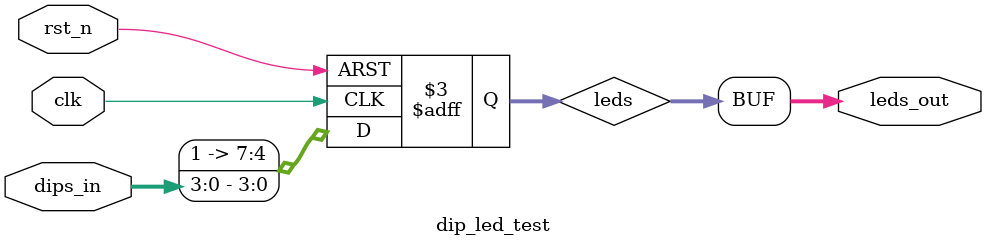
<source format=v>
module dip_led_test(
    clk,
    rst_n,
    dips_in,
    leds_out
    );
    
    input clk;
    input rst_n;
    input [3:0]dips_in;
    output [7:0]leds_out;
    
    /******************************/
    
    reg [7:0]leds;
    
    always @(posedge clk or negedge rst_n) begin
        if (!rst_n)
            leds <= 8'b0111_1111;
        else
            leds <= {4'b1111, dips_in};
    end
    
    assign leds_out = leds;

endmodule


</source>
